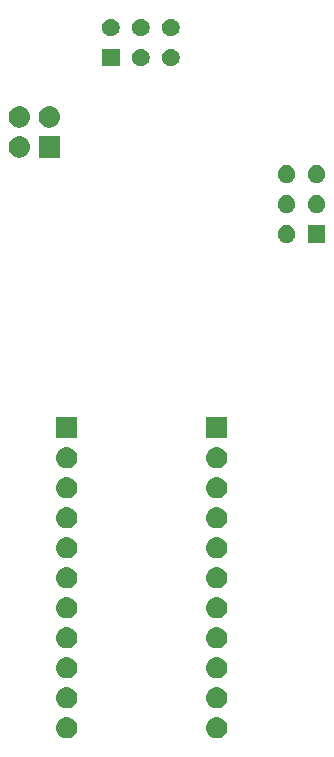
<source format=gbs>
G04 #@! TF.GenerationSoftware,KiCad,Pcbnew,5.0.2-bee76a0~70~ubuntu18.04.1*
G04 #@! TF.CreationDate,2019-11-25T00:10:04-05:00*
G04 #@! TF.ProjectId,328_Hacker,3332385f-4861-4636-9b65-722e6b696361,rev?*
G04 #@! TF.SameCoordinates,Original*
G04 #@! TF.FileFunction,Soldermask,Bot*
G04 #@! TF.FilePolarity,Negative*
%FSLAX46Y46*%
G04 Gerber Fmt 4.6, Leading zero omitted, Abs format (unit mm)*
G04 Created by KiCad (PCBNEW 5.0.2-bee76a0~70~ubuntu18.04.1) date Mon 25 Nov 2019 12:10:04 AM EST*
%MOMM*%
%LPD*%
G01*
G04 APERTURE LIST*
%ADD10C,0.100000*%
G04 APERTURE END LIST*
D10*
G36*
X76310442Y-85465518D02*
X76376627Y-85472037D01*
X76489853Y-85506384D01*
X76546467Y-85523557D01*
X76685087Y-85597652D01*
X76702991Y-85607222D01*
X76738729Y-85636552D01*
X76840186Y-85719814D01*
X76923448Y-85821271D01*
X76952778Y-85857009D01*
X76952779Y-85857011D01*
X77036443Y-86013533D01*
X77036443Y-86013534D01*
X77087963Y-86183373D01*
X77105359Y-86360000D01*
X77087963Y-86536627D01*
X77053616Y-86649853D01*
X77036443Y-86706467D01*
X76962348Y-86845087D01*
X76952778Y-86862991D01*
X76923448Y-86898729D01*
X76840186Y-87000186D01*
X76738729Y-87083448D01*
X76702991Y-87112778D01*
X76702989Y-87112779D01*
X76546467Y-87196443D01*
X76489853Y-87213616D01*
X76376627Y-87247963D01*
X76310442Y-87254482D01*
X76244260Y-87261000D01*
X76155740Y-87261000D01*
X76089558Y-87254482D01*
X76023373Y-87247963D01*
X75910147Y-87213616D01*
X75853533Y-87196443D01*
X75697011Y-87112779D01*
X75697009Y-87112778D01*
X75661271Y-87083448D01*
X75559814Y-87000186D01*
X75476552Y-86898729D01*
X75447222Y-86862991D01*
X75437652Y-86845087D01*
X75363557Y-86706467D01*
X75346384Y-86649853D01*
X75312037Y-86536627D01*
X75294641Y-86360000D01*
X75312037Y-86183373D01*
X75363557Y-86013534D01*
X75363557Y-86013533D01*
X75447221Y-85857011D01*
X75447222Y-85857009D01*
X75476552Y-85821271D01*
X75559814Y-85719814D01*
X75661271Y-85636552D01*
X75697009Y-85607222D01*
X75714913Y-85597652D01*
X75853533Y-85523557D01*
X75910147Y-85506384D01*
X76023373Y-85472037D01*
X76089558Y-85465518D01*
X76155740Y-85459000D01*
X76244260Y-85459000D01*
X76310442Y-85465518D01*
X76310442Y-85465518D01*
G37*
G36*
X63610442Y-85465518D02*
X63676627Y-85472037D01*
X63789853Y-85506384D01*
X63846467Y-85523557D01*
X63985087Y-85597652D01*
X64002991Y-85607222D01*
X64038729Y-85636552D01*
X64140186Y-85719814D01*
X64223448Y-85821271D01*
X64252778Y-85857009D01*
X64252779Y-85857011D01*
X64336443Y-86013533D01*
X64336443Y-86013534D01*
X64387963Y-86183373D01*
X64405359Y-86360000D01*
X64387963Y-86536627D01*
X64353616Y-86649853D01*
X64336443Y-86706467D01*
X64262348Y-86845087D01*
X64252778Y-86862991D01*
X64223448Y-86898729D01*
X64140186Y-87000186D01*
X64038729Y-87083448D01*
X64002991Y-87112778D01*
X64002989Y-87112779D01*
X63846467Y-87196443D01*
X63789853Y-87213616D01*
X63676627Y-87247963D01*
X63610442Y-87254482D01*
X63544260Y-87261000D01*
X63455740Y-87261000D01*
X63389558Y-87254482D01*
X63323373Y-87247963D01*
X63210147Y-87213616D01*
X63153533Y-87196443D01*
X62997011Y-87112779D01*
X62997009Y-87112778D01*
X62961271Y-87083448D01*
X62859814Y-87000186D01*
X62776552Y-86898729D01*
X62747222Y-86862991D01*
X62737652Y-86845087D01*
X62663557Y-86706467D01*
X62646384Y-86649853D01*
X62612037Y-86536627D01*
X62594641Y-86360000D01*
X62612037Y-86183373D01*
X62663557Y-86013534D01*
X62663557Y-86013533D01*
X62747221Y-85857011D01*
X62747222Y-85857009D01*
X62776552Y-85821271D01*
X62859814Y-85719814D01*
X62961271Y-85636552D01*
X62997009Y-85607222D01*
X63014913Y-85597652D01*
X63153533Y-85523557D01*
X63210147Y-85506384D01*
X63323373Y-85472037D01*
X63389558Y-85465518D01*
X63455740Y-85459000D01*
X63544260Y-85459000D01*
X63610442Y-85465518D01*
X63610442Y-85465518D01*
G37*
G36*
X63610443Y-82925519D02*
X63676627Y-82932037D01*
X63789853Y-82966384D01*
X63846467Y-82983557D01*
X63985087Y-83057652D01*
X64002991Y-83067222D01*
X64038729Y-83096552D01*
X64140186Y-83179814D01*
X64223448Y-83281271D01*
X64252778Y-83317009D01*
X64252779Y-83317011D01*
X64336443Y-83473533D01*
X64336443Y-83473534D01*
X64387963Y-83643373D01*
X64405359Y-83820000D01*
X64387963Y-83996627D01*
X64353616Y-84109853D01*
X64336443Y-84166467D01*
X64262348Y-84305087D01*
X64252778Y-84322991D01*
X64223448Y-84358729D01*
X64140186Y-84460186D01*
X64038729Y-84543448D01*
X64002991Y-84572778D01*
X64002989Y-84572779D01*
X63846467Y-84656443D01*
X63789853Y-84673616D01*
X63676627Y-84707963D01*
X63610443Y-84714481D01*
X63544260Y-84721000D01*
X63455740Y-84721000D01*
X63389557Y-84714481D01*
X63323373Y-84707963D01*
X63210147Y-84673616D01*
X63153533Y-84656443D01*
X62997011Y-84572779D01*
X62997009Y-84572778D01*
X62961271Y-84543448D01*
X62859814Y-84460186D01*
X62776552Y-84358729D01*
X62747222Y-84322991D01*
X62737652Y-84305087D01*
X62663557Y-84166467D01*
X62646384Y-84109853D01*
X62612037Y-83996627D01*
X62594641Y-83820000D01*
X62612037Y-83643373D01*
X62663557Y-83473534D01*
X62663557Y-83473533D01*
X62747221Y-83317011D01*
X62747222Y-83317009D01*
X62776552Y-83281271D01*
X62859814Y-83179814D01*
X62961271Y-83096552D01*
X62997009Y-83067222D01*
X63014913Y-83057652D01*
X63153533Y-82983557D01*
X63210147Y-82966384D01*
X63323373Y-82932037D01*
X63389557Y-82925519D01*
X63455740Y-82919000D01*
X63544260Y-82919000D01*
X63610443Y-82925519D01*
X63610443Y-82925519D01*
G37*
G36*
X76310443Y-82925519D02*
X76376627Y-82932037D01*
X76489853Y-82966384D01*
X76546467Y-82983557D01*
X76685087Y-83057652D01*
X76702991Y-83067222D01*
X76738729Y-83096552D01*
X76840186Y-83179814D01*
X76923448Y-83281271D01*
X76952778Y-83317009D01*
X76952779Y-83317011D01*
X77036443Y-83473533D01*
X77036443Y-83473534D01*
X77087963Y-83643373D01*
X77105359Y-83820000D01*
X77087963Y-83996627D01*
X77053616Y-84109853D01*
X77036443Y-84166467D01*
X76962348Y-84305087D01*
X76952778Y-84322991D01*
X76923448Y-84358729D01*
X76840186Y-84460186D01*
X76738729Y-84543448D01*
X76702991Y-84572778D01*
X76702989Y-84572779D01*
X76546467Y-84656443D01*
X76489853Y-84673616D01*
X76376627Y-84707963D01*
X76310443Y-84714481D01*
X76244260Y-84721000D01*
X76155740Y-84721000D01*
X76089557Y-84714481D01*
X76023373Y-84707963D01*
X75910147Y-84673616D01*
X75853533Y-84656443D01*
X75697011Y-84572779D01*
X75697009Y-84572778D01*
X75661271Y-84543448D01*
X75559814Y-84460186D01*
X75476552Y-84358729D01*
X75447222Y-84322991D01*
X75437652Y-84305087D01*
X75363557Y-84166467D01*
X75346384Y-84109853D01*
X75312037Y-83996627D01*
X75294641Y-83820000D01*
X75312037Y-83643373D01*
X75363557Y-83473534D01*
X75363557Y-83473533D01*
X75447221Y-83317011D01*
X75447222Y-83317009D01*
X75476552Y-83281271D01*
X75559814Y-83179814D01*
X75661271Y-83096552D01*
X75697009Y-83067222D01*
X75714913Y-83057652D01*
X75853533Y-82983557D01*
X75910147Y-82966384D01*
X76023373Y-82932037D01*
X76089557Y-82925519D01*
X76155740Y-82919000D01*
X76244260Y-82919000D01*
X76310443Y-82925519D01*
X76310443Y-82925519D01*
G37*
G36*
X63610442Y-80385518D02*
X63676627Y-80392037D01*
X63789853Y-80426384D01*
X63846467Y-80443557D01*
X63985087Y-80517652D01*
X64002991Y-80527222D01*
X64038729Y-80556552D01*
X64140186Y-80639814D01*
X64223448Y-80741271D01*
X64252778Y-80777009D01*
X64252779Y-80777011D01*
X64336443Y-80933533D01*
X64336443Y-80933534D01*
X64387963Y-81103373D01*
X64405359Y-81280000D01*
X64387963Y-81456627D01*
X64353616Y-81569853D01*
X64336443Y-81626467D01*
X64262348Y-81765087D01*
X64252778Y-81782991D01*
X64223448Y-81818729D01*
X64140186Y-81920186D01*
X64038729Y-82003448D01*
X64002991Y-82032778D01*
X64002989Y-82032779D01*
X63846467Y-82116443D01*
X63789853Y-82133616D01*
X63676627Y-82167963D01*
X63610443Y-82174481D01*
X63544260Y-82181000D01*
X63455740Y-82181000D01*
X63389557Y-82174481D01*
X63323373Y-82167963D01*
X63210147Y-82133616D01*
X63153533Y-82116443D01*
X62997011Y-82032779D01*
X62997009Y-82032778D01*
X62961271Y-82003448D01*
X62859814Y-81920186D01*
X62776552Y-81818729D01*
X62747222Y-81782991D01*
X62737652Y-81765087D01*
X62663557Y-81626467D01*
X62646384Y-81569853D01*
X62612037Y-81456627D01*
X62594641Y-81280000D01*
X62612037Y-81103373D01*
X62663557Y-80933534D01*
X62663557Y-80933533D01*
X62747221Y-80777011D01*
X62747222Y-80777009D01*
X62776552Y-80741271D01*
X62859814Y-80639814D01*
X62961271Y-80556552D01*
X62997009Y-80527222D01*
X63014913Y-80517652D01*
X63153533Y-80443557D01*
X63210147Y-80426384D01*
X63323373Y-80392037D01*
X63389558Y-80385518D01*
X63455740Y-80379000D01*
X63544260Y-80379000D01*
X63610442Y-80385518D01*
X63610442Y-80385518D01*
G37*
G36*
X76310442Y-80385518D02*
X76376627Y-80392037D01*
X76489853Y-80426384D01*
X76546467Y-80443557D01*
X76685087Y-80517652D01*
X76702991Y-80527222D01*
X76738729Y-80556552D01*
X76840186Y-80639814D01*
X76923448Y-80741271D01*
X76952778Y-80777009D01*
X76952779Y-80777011D01*
X77036443Y-80933533D01*
X77036443Y-80933534D01*
X77087963Y-81103373D01*
X77105359Y-81280000D01*
X77087963Y-81456627D01*
X77053616Y-81569853D01*
X77036443Y-81626467D01*
X76962348Y-81765087D01*
X76952778Y-81782991D01*
X76923448Y-81818729D01*
X76840186Y-81920186D01*
X76738729Y-82003448D01*
X76702991Y-82032778D01*
X76702989Y-82032779D01*
X76546467Y-82116443D01*
X76489853Y-82133616D01*
X76376627Y-82167963D01*
X76310443Y-82174481D01*
X76244260Y-82181000D01*
X76155740Y-82181000D01*
X76089557Y-82174481D01*
X76023373Y-82167963D01*
X75910147Y-82133616D01*
X75853533Y-82116443D01*
X75697011Y-82032779D01*
X75697009Y-82032778D01*
X75661271Y-82003448D01*
X75559814Y-81920186D01*
X75476552Y-81818729D01*
X75447222Y-81782991D01*
X75437652Y-81765087D01*
X75363557Y-81626467D01*
X75346384Y-81569853D01*
X75312037Y-81456627D01*
X75294641Y-81280000D01*
X75312037Y-81103373D01*
X75363557Y-80933534D01*
X75363557Y-80933533D01*
X75447221Y-80777011D01*
X75447222Y-80777009D01*
X75476552Y-80741271D01*
X75559814Y-80639814D01*
X75661271Y-80556552D01*
X75697009Y-80527222D01*
X75714913Y-80517652D01*
X75853533Y-80443557D01*
X75910147Y-80426384D01*
X76023373Y-80392037D01*
X76089558Y-80385518D01*
X76155740Y-80379000D01*
X76244260Y-80379000D01*
X76310442Y-80385518D01*
X76310442Y-80385518D01*
G37*
G36*
X76310443Y-77845519D02*
X76376627Y-77852037D01*
X76489853Y-77886384D01*
X76546467Y-77903557D01*
X76685087Y-77977652D01*
X76702991Y-77987222D01*
X76738729Y-78016552D01*
X76840186Y-78099814D01*
X76923448Y-78201271D01*
X76952778Y-78237009D01*
X76952779Y-78237011D01*
X77036443Y-78393533D01*
X77036443Y-78393534D01*
X77087963Y-78563373D01*
X77105359Y-78740000D01*
X77087963Y-78916627D01*
X77053616Y-79029853D01*
X77036443Y-79086467D01*
X76962348Y-79225087D01*
X76952778Y-79242991D01*
X76923448Y-79278729D01*
X76840186Y-79380186D01*
X76738729Y-79463448D01*
X76702991Y-79492778D01*
X76702989Y-79492779D01*
X76546467Y-79576443D01*
X76489853Y-79593616D01*
X76376627Y-79627963D01*
X76310442Y-79634482D01*
X76244260Y-79641000D01*
X76155740Y-79641000D01*
X76089558Y-79634482D01*
X76023373Y-79627963D01*
X75910147Y-79593616D01*
X75853533Y-79576443D01*
X75697011Y-79492779D01*
X75697009Y-79492778D01*
X75661271Y-79463448D01*
X75559814Y-79380186D01*
X75476552Y-79278729D01*
X75447222Y-79242991D01*
X75437652Y-79225087D01*
X75363557Y-79086467D01*
X75346384Y-79029853D01*
X75312037Y-78916627D01*
X75294641Y-78740000D01*
X75312037Y-78563373D01*
X75363557Y-78393534D01*
X75363557Y-78393533D01*
X75447221Y-78237011D01*
X75447222Y-78237009D01*
X75476552Y-78201271D01*
X75559814Y-78099814D01*
X75661271Y-78016552D01*
X75697009Y-77987222D01*
X75714913Y-77977652D01*
X75853533Y-77903557D01*
X75910147Y-77886384D01*
X76023373Y-77852037D01*
X76089557Y-77845519D01*
X76155740Y-77839000D01*
X76244260Y-77839000D01*
X76310443Y-77845519D01*
X76310443Y-77845519D01*
G37*
G36*
X63610443Y-77845519D02*
X63676627Y-77852037D01*
X63789853Y-77886384D01*
X63846467Y-77903557D01*
X63985087Y-77977652D01*
X64002991Y-77987222D01*
X64038729Y-78016552D01*
X64140186Y-78099814D01*
X64223448Y-78201271D01*
X64252778Y-78237009D01*
X64252779Y-78237011D01*
X64336443Y-78393533D01*
X64336443Y-78393534D01*
X64387963Y-78563373D01*
X64405359Y-78740000D01*
X64387963Y-78916627D01*
X64353616Y-79029853D01*
X64336443Y-79086467D01*
X64262348Y-79225087D01*
X64252778Y-79242991D01*
X64223448Y-79278729D01*
X64140186Y-79380186D01*
X64038729Y-79463448D01*
X64002991Y-79492778D01*
X64002989Y-79492779D01*
X63846467Y-79576443D01*
X63789853Y-79593616D01*
X63676627Y-79627963D01*
X63610442Y-79634482D01*
X63544260Y-79641000D01*
X63455740Y-79641000D01*
X63389558Y-79634482D01*
X63323373Y-79627963D01*
X63210147Y-79593616D01*
X63153533Y-79576443D01*
X62997011Y-79492779D01*
X62997009Y-79492778D01*
X62961271Y-79463448D01*
X62859814Y-79380186D01*
X62776552Y-79278729D01*
X62747222Y-79242991D01*
X62737652Y-79225087D01*
X62663557Y-79086467D01*
X62646384Y-79029853D01*
X62612037Y-78916627D01*
X62594641Y-78740000D01*
X62612037Y-78563373D01*
X62663557Y-78393534D01*
X62663557Y-78393533D01*
X62747221Y-78237011D01*
X62747222Y-78237009D01*
X62776552Y-78201271D01*
X62859814Y-78099814D01*
X62961271Y-78016552D01*
X62997009Y-77987222D01*
X63014913Y-77977652D01*
X63153533Y-77903557D01*
X63210147Y-77886384D01*
X63323373Y-77852037D01*
X63389557Y-77845519D01*
X63455740Y-77839000D01*
X63544260Y-77839000D01*
X63610443Y-77845519D01*
X63610443Y-77845519D01*
G37*
G36*
X63610442Y-75305518D02*
X63676627Y-75312037D01*
X63789853Y-75346384D01*
X63846467Y-75363557D01*
X63985087Y-75437652D01*
X64002991Y-75447222D01*
X64038729Y-75476552D01*
X64140186Y-75559814D01*
X64223448Y-75661271D01*
X64252778Y-75697009D01*
X64252779Y-75697011D01*
X64336443Y-75853533D01*
X64336443Y-75853534D01*
X64387963Y-76023373D01*
X64405359Y-76200000D01*
X64387963Y-76376627D01*
X64353616Y-76489853D01*
X64336443Y-76546467D01*
X64262348Y-76685087D01*
X64252778Y-76702991D01*
X64223448Y-76738729D01*
X64140186Y-76840186D01*
X64038729Y-76923448D01*
X64002991Y-76952778D01*
X64002989Y-76952779D01*
X63846467Y-77036443D01*
X63789853Y-77053616D01*
X63676627Y-77087963D01*
X63610442Y-77094482D01*
X63544260Y-77101000D01*
X63455740Y-77101000D01*
X63389558Y-77094482D01*
X63323373Y-77087963D01*
X63210147Y-77053616D01*
X63153533Y-77036443D01*
X62997011Y-76952779D01*
X62997009Y-76952778D01*
X62961271Y-76923448D01*
X62859814Y-76840186D01*
X62776552Y-76738729D01*
X62747222Y-76702991D01*
X62737652Y-76685087D01*
X62663557Y-76546467D01*
X62646384Y-76489853D01*
X62612037Y-76376627D01*
X62594641Y-76200000D01*
X62612037Y-76023373D01*
X62663557Y-75853534D01*
X62663557Y-75853533D01*
X62747221Y-75697011D01*
X62747222Y-75697009D01*
X62776552Y-75661271D01*
X62859814Y-75559814D01*
X62961271Y-75476552D01*
X62997009Y-75447222D01*
X63014913Y-75437652D01*
X63153533Y-75363557D01*
X63210147Y-75346384D01*
X63323373Y-75312037D01*
X63389558Y-75305518D01*
X63455740Y-75299000D01*
X63544260Y-75299000D01*
X63610442Y-75305518D01*
X63610442Y-75305518D01*
G37*
G36*
X76310442Y-75305518D02*
X76376627Y-75312037D01*
X76489853Y-75346384D01*
X76546467Y-75363557D01*
X76685087Y-75437652D01*
X76702991Y-75447222D01*
X76738729Y-75476552D01*
X76840186Y-75559814D01*
X76923448Y-75661271D01*
X76952778Y-75697009D01*
X76952779Y-75697011D01*
X77036443Y-75853533D01*
X77036443Y-75853534D01*
X77087963Y-76023373D01*
X77105359Y-76200000D01*
X77087963Y-76376627D01*
X77053616Y-76489853D01*
X77036443Y-76546467D01*
X76962348Y-76685087D01*
X76952778Y-76702991D01*
X76923448Y-76738729D01*
X76840186Y-76840186D01*
X76738729Y-76923448D01*
X76702991Y-76952778D01*
X76702989Y-76952779D01*
X76546467Y-77036443D01*
X76489853Y-77053616D01*
X76376627Y-77087963D01*
X76310442Y-77094482D01*
X76244260Y-77101000D01*
X76155740Y-77101000D01*
X76089558Y-77094482D01*
X76023373Y-77087963D01*
X75910147Y-77053616D01*
X75853533Y-77036443D01*
X75697011Y-76952779D01*
X75697009Y-76952778D01*
X75661271Y-76923448D01*
X75559814Y-76840186D01*
X75476552Y-76738729D01*
X75447222Y-76702991D01*
X75437652Y-76685087D01*
X75363557Y-76546467D01*
X75346384Y-76489853D01*
X75312037Y-76376627D01*
X75294641Y-76200000D01*
X75312037Y-76023373D01*
X75363557Y-75853534D01*
X75363557Y-75853533D01*
X75447221Y-75697011D01*
X75447222Y-75697009D01*
X75476552Y-75661271D01*
X75559814Y-75559814D01*
X75661271Y-75476552D01*
X75697009Y-75447222D01*
X75714913Y-75437652D01*
X75853533Y-75363557D01*
X75910147Y-75346384D01*
X76023373Y-75312037D01*
X76089558Y-75305518D01*
X76155740Y-75299000D01*
X76244260Y-75299000D01*
X76310442Y-75305518D01*
X76310442Y-75305518D01*
G37*
G36*
X63610442Y-72765518D02*
X63676627Y-72772037D01*
X63789853Y-72806384D01*
X63846467Y-72823557D01*
X63985087Y-72897652D01*
X64002991Y-72907222D01*
X64038729Y-72936552D01*
X64140186Y-73019814D01*
X64223448Y-73121271D01*
X64252778Y-73157009D01*
X64252779Y-73157011D01*
X64336443Y-73313533D01*
X64336443Y-73313534D01*
X64387963Y-73483373D01*
X64405359Y-73660000D01*
X64387963Y-73836627D01*
X64353616Y-73949853D01*
X64336443Y-74006467D01*
X64262348Y-74145087D01*
X64252778Y-74162991D01*
X64223448Y-74198729D01*
X64140186Y-74300186D01*
X64038729Y-74383448D01*
X64002991Y-74412778D01*
X64002989Y-74412779D01*
X63846467Y-74496443D01*
X63789853Y-74513616D01*
X63676627Y-74547963D01*
X63610442Y-74554482D01*
X63544260Y-74561000D01*
X63455740Y-74561000D01*
X63389558Y-74554482D01*
X63323373Y-74547963D01*
X63210147Y-74513616D01*
X63153533Y-74496443D01*
X62997011Y-74412779D01*
X62997009Y-74412778D01*
X62961271Y-74383448D01*
X62859814Y-74300186D01*
X62776552Y-74198729D01*
X62747222Y-74162991D01*
X62737652Y-74145087D01*
X62663557Y-74006467D01*
X62646384Y-73949853D01*
X62612037Y-73836627D01*
X62594641Y-73660000D01*
X62612037Y-73483373D01*
X62663557Y-73313534D01*
X62663557Y-73313533D01*
X62747221Y-73157011D01*
X62747222Y-73157009D01*
X62776552Y-73121271D01*
X62859814Y-73019814D01*
X62961271Y-72936552D01*
X62997009Y-72907222D01*
X63014913Y-72897652D01*
X63153533Y-72823557D01*
X63210147Y-72806384D01*
X63323373Y-72772037D01*
X63389558Y-72765518D01*
X63455740Y-72759000D01*
X63544260Y-72759000D01*
X63610442Y-72765518D01*
X63610442Y-72765518D01*
G37*
G36*
X76310442Y-72765518D02*
X76376627Y-72772037D01*
X76489853Y-72806384D01*
X76546467Y-72823557D01*
X76685087Y-72897652D01*
X76702991Y-72907222D01*
X76738729Y-72936552D01*
X76840186Y-73019814D01*
X76923448Y-73121271D01*
X76952778Y-73157009D01*
X76952779Y-73157011D01*
X77036443Y-73313533D01*
X77036443Y-73313534D01*
X77087963Y-73483373D01*
X77105359Y-73660000D01*
X77087963Y-73836627D01*
X77053616Y-73949853D01*
X77036443Y-74006467D01*
X76962348Y-74145087D01*
X76952778Y-74162991D01*
X76923448Y-74198729D01*
X76840186Y-74300186D01*
X76738729Y-74383448D01*
X76702991Y-74412778D01*
X76702989Y-74412779D01*
X76546467Y-74496443D01*
X76489853Y-74513616D01*
X76376627Y-74547963D01*
X76310442Y-74554482D01*
X76244260Y-74561000D01*
X76155740Y-74561000D01*
X76089558Y-74554482D01*
X76023373Y-74547963D01*
X75910147Y-74513616D01*
X75853533Y-74496443D01*
X75697011Y-74412779D01*
X75697009Y-74412778D01*
X75661271Y-74383448D01*
X75559814Y-74300186D01*
X75476552Y-74198729D01*
X75447222Y-74162991D01*
X75437652Y-74145087D01*
X75363557Y-74006467D01*
X75346384Y-73949853D01*
X75312037Y-73836627D01*
X75294641Y-73660000D01*
X75312037Y-73483373D01*
X75363557Y-73313534D01*
X75363557Y-73313533D01*
X75447221Y-73157011D01*
X75447222Y-73157009D01*
X75476552Y-73121271D01*
X75559814Y-73019814D01*
X75661271Y-72936552D01*
X75697009Y-72907222D01*
X75714913Y-72897652D01*
X75853533Y-72823557D01*
X75910147Y-72806384D01*
X76023373Y-72772037D01*
X76089558Y-72765518D01*
X76155740Y-72759000D01*
X76244260Y-72759000D01*
X76310442Y-72765518D01*
X76310442Y-72765518D01*
G37*
G36*
X63610442Y-70225518D02*
X63676627Y-70232037D01*
X63789853Y-70266384D01*
X63846467Y-70283557D01*
X63985087Y-70357652D01*
X64002991Y-70367222D01*
X64038729Y-70396552D01*
X64140186Y-70479814D01*
X64223448Y-70581271D01*
X64252778Y-70617009D01*
X64252779Y-70617011D01*
X64336443Y-70773533D01*
X64336443Y-70773534D01*
X64387963Y-70943373D01*
X64405359Y-71120000D01*
X64387963Y-71296627D01*
X64353616Y-71409853D01*
X64336443Y-71466467D01*
X64262348Y-71605087D01*
X64252778Y-71622991D01*
X64223448Y-71658729D01*
X64140186Y-71760186D01*
X64038729Y-71843448D01*
X64002991Y-71872778D01*
X64002989Y-71872779D01*
X63846467Y-71956443D01*
X63789853Y-71973616D01*
X63676627Y-72007963D01*
X63610443Y-72014481D01*
X63544260Y-72021000D01*
X63455740Y-72021000D01*
X63389557Y-72014481D01*
X63323373Y-72007963D01*
X63210147Y-71973616D01*
X63153533Y-71956443D01*
X62997011Y-71872779D01*
X62997009Y-71872778D01*
X62961271Y-71843448D01*
X62859814Y-71760186D01*
X62776552Y-71658729D01*
X62747222Y-71622991D01*
X62737652Y-71605087D01*
X62663557Y-71466467D01*
X62646384Y-71409853D01*
X62612037Y-71296627D01*
X62594641Y-71120000D01*
X62612037Y-70943373D01*
X62663557Y-70773534D01*
X62663557Y-70773533D01*
X62747221Y-70617011D01*
X62747222Y-70617009D01*
X62776552Y-70581271D01*
X62859814Y-70479814D01*
X62961271Y-70396552D01*
X62997009Y-70367222D01*
X63014913Y-70357652D01*
X63153533Y-70283557D01*
X63210147Y-70266384D01*
X63323373Y-70232037D01*
X63389558Y-70225518D01*
X63455740Y-70219000D01*
X63544260Y-70219000D01*
X63610442Y-70225518D01*
X63610442Y-70225518D01*
G37*
G36*
X76310442Y-70225518D02*
X76376627Y-70232037D01*
X76489853Y-70266384D01*
X76546467Y-70283557D01*
X76685087Y-70357652D01*
X76702991Y-70367222D01*
X76738729Y-70396552D01*
X76840186Y-70479814D01*
X76923448Y-70581271D01*
X76952778Y-70617009D01*
X76952779Y-70617011D01*
X77036443Y-70773533D01*
X77036443Y-70773534D01*
X77087963Y-70943373D01*
X77105359Y-71120000D01*
X77087963Y-71296627D01*
X77053616Y-71409853D01*
X77036443Y-71466467D01*
X76962348Y-71605087D01*
X76952778Y-71622991D01*
X76923448Y-71658729D01*
X76840186Y-71760186D01*
X76738729Y-71843448D01*
X76702991Y-71872778D01*
X76702989Y-71872779D01*
X76546467Y-71956443D01*
X76489853Y-71973616D01*
X76376627Y-72007963D01*
X76310443Y-72014481D01*
X76244260Y-72021000D01*
X76155740Y-72021000D01*
X76089557Y-72014481D01*
X76023373Y-72007963D01*
X75910147Y-71973616D01*
X75853533Y-71956443D01*
X75697011Y-71872779D01*
X75697009Y-71872778D01*
X75661271Y-71843448D01*
X75559814Y-71760186D01*
X75476552Y-71658729D01*
X75447222Y-71622991D01*
X75437652Y-71605087D01*
X75363557Y-71466467D01*
X75346384Y-71409853D01*
X75312037Y-71296627D01*
X75294641Y-71120000D01*
X75312037Y-70943373D01*
X75363557Y-70773534D01*
X75363557Y-70773533D01*
X75447221Y-70617011D01*
X75447222Y-70617009D01*
X75476552Y-70581271D01*
X75559814Y-70479814D01*
X75661271Y-70396552D01*
X75697009Y-70367222D01*
X75714913Y-70357652D01*
X75853533Y-70283557D01*
X75910147Y-70266384D01*
X76023373Y-70232037D01*
X76089558Y-70225518D01*
X76155740Y-70219000D01*
X76244260Y-70219000D01*
X76310442Y-70225518D01*
X76310442Y-70225518D01*
G37*
G36*
X76310443Y-67685519D02*
X76376627Y-67692037D01*
X76489853Y-67726384D01*
X76546467Y-67743557D01*
X76685087Y-67817652D01*
X76702991Y-67827222D01*
X76738729Y-67856552D01*
X76840186Y-67939814D01*
X76923448Y-68041271D01*
X76952778Y-68077009D01*
X76952779Y-68077011D01*
X77036443Y-68233533D01*
X77036443Y-68233534D01*
X77087963Y-68403373D01*
X77105359Y-68580000D01*
X77087963Y-68756627D01*
X77053616Y-68869853D01*
X77036443Y-68926467D01*
X76962348Y-69065087D01*
X76952778Y-69082991D01*
X76923448Y-69118729D01*
X76840186Y-69220186D01*
X76738729Y-69303448D01*
X76702991Y-69332778D01*
X76702989Y-69332779D01*
X76546467Y-69416443D01*
X76489853Y-69433616D01*
X76376627Y-69467963D01*
X76310442Y-69474482D01*
X76244260Y-69481000D01*
X76155740Y-69481000D01*
X76089558Y-69474482D01*
X76023373Y-69467963D01*
X75910147Y-69433616D01*
X75853533Y-69416443D01*
X75697011Y-69332779D01*
X75697009Y-69332778D01*
X75661271Y-69303448D01*
X75559814Y-69220186D01*
X75476552Y-69118729D01*
X75447222Y-69082991D01*
X75437652Y-69065087D01*
X75363557Y-68926467D01*
X75346384Y-68869853D01*
X75312037Y-68756627D01*
X75294641Y-68580000D01*
X75312037Y-68403373D01*
X75363557Y-68233534D01*
X75363557Y-68233533D01*
X75447221Y-68077011D01*
X75447222Y-68077009D01*
X75476552Y-68041271D01*
X75559814Y-67939814D01*
X75661271Y-67856552D01*
X75697009Y-67827222D01*
X75714913Y-67817652D01*
X75853533Y-67743557D01*
X75910147Y-67726384D01*
X76023373Y-67692037D01*
X76089557Y-67685519D01*
X76155740Y-67679000D01*
X76244260Y-67679000D01*
X76310443Y-67685519D01*
X76310443Y-67685519D01*
G37*
G36*
X63610443Y-67685519D02*
X63676627Y-67692037D01*
X63789853Y-67726384D01*
X63846467Y-67743557D01*
X63985087Y-67817652D01*
X64002991Y-67827222D01*
X64038729Y-67856552D01*
X64140186Y-67939814D01*
X64223448Y-68041271D01*
X64252778Y-68077009D01*
X64252779Y-68077011D01*
X64336443Y-68233533D01*
X64336443Y-68233534D01*
X64387963Y-68403373D01*
X64405359Y-68580000D01*
X64387963Y-68756627D01*
X64353616Y-68869853D01*
X64336443Y-68926467D01*
X64262348Y-69065087D01*
X64252778Y-69082991D01*
X64223448Y-69118729D01*
X64140186Y-69220186D01*
X64038729Y-69303448D01*
X64002991Y-69332778D01*
X64002989Y-69332779D01*
X63846467Y-69416443D01*
X63789853Y-69433616D01*
X63676627Y-69467963D01*
X63610442Y-69474482D01*
X63544260Y-69481000D01*
X63455740Y-69481000D01*
X63389558Y-69474482D01*
X63323373Y-69467963D01*
X63210147Y-69433616D01*
X63153533Y-69416443D01*
X62997011Y-69332779D01*
X62997009Y-69332778D01*
X62961271Y-69303448D01*
X62859814Y-69220186D01*
X62776552Y-69118729D01*
X62747222Y-69082991D01*
X62737652Y-69065087D01*
X62663557Y-68926467D01*
X62646384Y-68869853D01*
X62612037Y-68756627D01*
X62594641Y-68580000D01*
X62612037Y-68403373D01*
X62663557Y-68233534D01*
X62663557Y-68233533D01*
X62747221Y-68077011D01*
X62747222Y-68077009D01*
X62776552Y-68041271D01*
X62859814Y-67939814D01*
X62961271Y-67856552D01*
X62997009Y-67827222D01*
X63014913Y-67817652D01*
X63153533Y-67743557D01*
X63210147Y-67726384D01*
X63323373Y-67692037D01*
X63389557Y-67685519D01*
X63455740Y-67679000D01*
X63544260Y-67679000D01*
X63610443Y-67685519D01*
X63610443Y-67685519D01*
G37*
G36*
X76310442Y-65145518D02*
X76376627Y-65152037D01*
X76489853Y-65186384D01*
X76546467Y-65203557D01*
X76685087Y-65277652D01*
X76702991Y-65287222D01*
X76738729Y-65316552D01*
X76840186Y-65399814D01*
X76923448Y-65501271D01*
X76952778Y-65537009D01*
X76952779Y-65537011D01*
X77036443Y-65693533D01*
X77036443Y-65693534D01*
X77087963Y-65863373D01*
X77105359Y-66040000D01*
X77087963Y-66216627D01*
X77053616Y-66329853D01*
X77036443Y-66386467D01*
X76962348Y-66525087D01*
X76952778Y-66542991D01*
X76923448Y-66578729D01*
X76840186Y-66680186D01*
X76738729Y-66763448D01*
X76702991Y-66792778D01*
X76702989Y-66792779D01*
X76546467Y-66876443D01*
X76489853Y-66893616D01*
X76376627Y-66927963D01*
X76310442Y-66934482D01*
X76244260Y-66941000D01*
X76155740Y-66941000D01*
X76089558Y-66934482D01*
X76023373Y-66927963D01*
X75910147Y-66893616D01*
X75853533Y-66876443D01*
X75697011Y-66792779D01*
X75697009Y-66792778D01*
X75661271Y-66763448D01*
X75559814Y-66680186D01*
X75476552Y-66578729D01*
X75447222Y-66542991D01*
X75437652Y-66525087D01*
X75363557Y-66386467D01*
X75346384Y-66329853D01*
X75312037Y-66216627D01*
X75294641Y-66040000D01*
X75312037Y-65863373D01*
X75363557Y-65693534D01*
X75363557Y-65693533D01*
X75447221Y-65537011D01*
X75447222Y-65537009D01*
X75476552Y-65501271D01*
X75559814Y-65399814D01*
X75661271Y-65316552D01*
X75697009Y-65287222D01*
X75714913Y-65277652D01*
X75853533Y-65203557D01*
X75910147Y-65186384D01*
X76023373Y-65152037D01*
X76089558Y-65145518D01*
X76155740Y-65139000D01*
X76244260Y-65139000D01*
X76310442Y-65145518D01*
X76310442Y-65145518D01*
G37*
G36*
X63610442Y-65145518D02*
X63676627Y-65152037D01*
X63789853Y-65186384D01*
X63846467Y-65203557D01*
X63985087Y-65277652D01*
X64002991Y-65287222D01*
X64038729Y-65316552D01*
X64140186Y-65399814D01*
X64223448Y-65501271D01*
X64252778Y-65537009D01*
X64252779Y-65537011D01*
X64336443Y-65693533D01*
X64336443Y-65693534D01*
X64387963Y-65863373D01*
X64405359Y-66040000D01*
X64387963Y-66216627D01*
X64353616Y-66329853D01*
X64336443Y-66386467D01*
X64262348Y-66525087D01*
X64252778Y-66542991D01*
X64223448Y-66578729D01*
X64140186Y-66680186D01*
X64038729Y-66763448D01*
X64002991Y-66792778D01*
X64002989Y-66792779D01*
X63846467Y-66876443D01*
X63789853Y-66893616D01*
X63676627Y-66927963D01*
X63610442Y-66934482D01*
X63544260Y-66941000D01*
X63455740Y-66941000D01*
X63389558Y-66934482D01*
X63323373Y-66927963D01*
X63210147Y-66893616D01*
X63153533Y-66876443D01*
X62997011Y-66792779D01*
X62997009Y-66792778D01*
X62961271Y-66763448D01*
X62859814Y-66680186D01*
X62776552Y-66578729D01*
X62747222Y-66542991D01*
X62737652Y-66525087D01*
X62663557Y-66386467D01*
X62646384Y-66329853D01*
X62612037Y-66216627D01*
X62594641Y-66040000D01*
X62612037Y-65863373D01*
X62663557Y-65693534D01*
X62663557Y-65693533D01*
X62747221Y-65537011D01*
X62747222Y-65537009D01*
X62776552Y-65501271D01*
X62859814Y-65399814D01*
X62961271Y-65316552D01*
X62997009Y-65287222D01*
X63014913Y-65277652D01*
X63153533Y-65203557D01*
X63210147Y-65186384D01*
X63323373Y-65152037D01*
X63389558Y-65145518D01*
X63455740Y-65139000D01*
X63544260Y-65139000D01*
X63610442Y-65145518D01*
X63610442Y-65145518D01*
G37*
G36*
X76310442Y-62605518D02*
X76376627Y-62612037D01*
X76489853Y-62646384D01*
X76546467Y-62663557D01*
X76685087Y-62737652D01*
X76702991Y-62747222D01*
X76738729Y-62776552D01*
X76840186Y-62859814D01*
X76923448Y-62961271D01*
X76952778Y-62997009D01*
X76952779Y-62997011D01*
X77036443Y-63153533D01*
X77036443Y-63153534D01*
X77087963Y-63323373D01*
X77105359Y-63500000D01*
X77087963Y-63676627D01*
X77053616Y-63789853D01*
X77036443Y-63846467D01*
X76962348Y-63985087D01*
X76952778Y-64002991D01*
X76923448Y-64038729D01*
X76840186Y-64140186D01*
X76738729Y-64223448D01*
X76702991Y-64252778D01*
X76702989Y-64252779D01*
X76546467Y-64336443D01*
X76489853Y-64353616D01*
X76376627Y-64387963D01*
X76310442Y-64394482D01*
X76244260Y-64401000D01*
X76155740Y-64401000D01*
X76089558Y-64394482D01*
X76023373Y-64387963D01*
X75910147Y-64353616D01*
X75853533Y-64336443D01*
X75697011Y-64252779D01*
X75697009Y-64252778D01*
X75661271Y-64223448D01*
X75559814Y-64140186D01*
X75476552Y-64038729D01*
X75447222Y-64002991D01*
X75437652Y-63985087D01*
X75363557Y-63846467D01*
X75346384Y-63789853D01*
X75312037Y-63676627D01*
X75294641Y-63500000D01*
X75312037Y-63323373D01*
X75363557Y-63153534D01*
X75363557Y-63153533D01*
X75447221Y-62997011D01*
X75447222Y-62997009D01*
X75476552Y-62961271D01*
X75559814Y-62859814D01*
X75661271Y-62776552D01*
X75697009Y-62747222D01*
X75714913Y-62737652D01*
X75853533Y-62663557D01*
X75910147Y-62646384D01*
X76023373Y-62612037D01*
X76089558Y-62605518D01*
X76155740Y-62599000D01*
X76244260Y-62599000D01*
X76310442Y-62605518D01*
X76310442Y-62605518D01*
G37*
G36*
X63610442Y-62605518D02*
X63676627Y-62612037D01*
X63789853Y-62646384D01*
X63846467Y-62663557D01*
X63985087Y-62737652D01*
X64002991Y-62747222D01*
X64038729Y-62776552D01*
X64140186Y-62859814D01*
X64223448Y-62961271D01*
X64252778Y-62997009D01*
X64252779Y-62997011D01*
X64336443Y-63153533D01*
X64336443Y-63153534D01*
X64387963Y-63323373D01*
X64405359Y-63500000D01*
X64387963Y-63676627D01*
X64353616Y-63789853D01*
X64336443Y-63846467D01*
X64262348Y-63985087D01*
X64252778Y-64002991D01*
X64223448Y-64038729D01*
X64140186Y-64140186D01*
X64038729Y-64223448D01*
X64002991Y-64252778D01*
X64002989Y-64252779D01*
X63846467Y-64336443D01*
X63789853Y-64353616D01*
X63676627Y-64387963D01*
X63610442Y-64394482D01*
X63544260Y-64401000D01*
X63455740Y-64401000D01*
X63389558Y-64394482D01*
X63323373Y-64387963D01*
X63210147Y-64353616D01*
X63153533Y-64336443D01*
X62997011Y-64252779D01*
X62997009Y-64252778D01*
X62961271Y-64223448D01*
X62859814Y-64140186D01*
X62776552Y-64038729D01*
X62747222Y-64002991D01*
X62737652Y-63985087D01*
X62663557Y-63846467D01*
X62646384Y-63789853D01*
X62612037Y-63676627D01*
X62594641Y-63500000D01*
X62612037Y-63323373D01*
X62663557Y-63153534D01*
X62663557Y-63153533D01*
X62747221Y-62997011D01*
X62747222Y-62997009D01*
X62776552Y-62961271D01*
X62859814Y-62859814D01*
X62961271Y-62776552D01*
X62997009Y-62747222D01*
X63014913Y-62737652D01*
X63153533Y-62663557D01*
X63210147Y-62646384D01*
X63323373Y-62612037D01*
X63389558Y-62605518D01*
X63455740Y-62599000D01*
X63544260Y-62599000D01*
X63610442Y-62605518D01*
X63610442Y-62605518D01*
G37*
G36*
X77101000Y-61861000D02*
X75299000Y-61861000D01*
X75299000Y-60059000D01*
X77101000Y-60059000D01*
X77101000Y-61861000D01*
X77101000Y-61861000D01*
G37*
G36*
X64401000Y-61861000D02*
X62599000Y-61861000D01*
X62599000Y-60059000D01*
X64401000Y-60059000D01*
X64401000Y-61861000D01*
X64401000Y-61861000D01*
G37*
G36*
X82245124Y-43817224D02*
X82332179Y-43834540D01*
X82468852Y-43891152D01*
X82468853Y-43891153D01*
X82591858Y-43973342D01*
X82696458Y-44077942D01*
X82696460Y-44077945D01*
X82778648Y-44200948D01*
X82835260Y-44337621D01*
X82864120Y-44482713D01*
X82864120Y-44630647D01*
X82835260Y-44775739D01*
X82778648Y-44912412D01*
X82778647Y-44912413D01*
X82696458Y-45035418D01*
X82591858Y-45140018D01*
X82591855Y-45140020D01*
X82468852Y-45222208D01*
X82332179Y-45278820D01*
X82245124Y-45296136D01*
X82187089Y-45307680D01*
X82039151Y-45307680D01*
X81981116Y-45296136D01*
X81894061Y-45278820D01*
X81757388Y-45222208D01*
X81634385Y-45140020D01*
X81634382Y-45140018D01*
X81529782Y-45035418D01*
X81447593Y-44912413D01*
X81447592Y-44912412D01*
X81390980Y-44775739D01*
X81362120Y-44630647D01*
X81362120Y-44482713D01*
X81390980Y-44337621D01*
X81447592Y-44200948D01*
X81529780Y-44077945D01*
X81529782Y-44077942D01*
X81634382Y-43973342D01*
X81757387Y-43891153D01*
X81757388Y-43891152D01*
X81894061Y-43834540D01*
X81981116Y-43817224D01*
X82039151Y-43805680D01*
X82187089Y-43805680D01*
X82245124Y-43817224D01*
X82245124Y-43817224D01*
G37*
G36*
X85404120Y-45307680D02*
X83902120Y-45307680D01*
X83902120Y-43805680D01*
X85404120Y-43805680D01*
X85404120Y-45307680D01*
X85404120Y-45307680D01*
G37*
G36*
X82245124Y-41277224D02*
X82332179Y-41294540D01*
X82468852Y-41351152D01*
X82468853Y-41351153D01*
X82591858Y-41433342D01*
X82696458Y-41537942D01*
X82696460Y-41537945D01*
X82778648Y-41660948D01*
X82835260Y-41797621D01*
X82864120Y-41942713D01*
X82864120Y-42090647D01*
X82835260Y-42235739D01*
X82778648Y-42372412D01*
X82778647Y-42372413D01*
X82696458Y-42495418D01*
X82591858Y-42600018D01*
X82591855Y-42600020D01*
X82468852Y-42682208D01*
X82332179Y-42738820D01*
X82245124Y-42756136D01*
X82187089Y-42767680D01*
X82039151Y-42767680D01*
X81981116Y-42756136D01*
X81894061Y-42738820D01*
X81757388Y-42682208D01*
X81634385Y-42600020D01*
X81634382Y-42600018D01*
X81529782Y-42495418D01*
X81447593Y-42372413D01*
X81447592Y-42372412D01*
X81390980Y-42235739D01*
X81362120Y-42090647D01*
X81362120Y-41942713D01*
X81390980Y-41797621D01*
X81447592Y-41660948D01*
X81529780Y-41537945D01*
X81529782Y-41537942D01*
X81634382Y-41433342D01*
X81757387Y-41351153D01*
X81757388Y-41351152D01*
X81894061Y-41294540D01*
X81981116Y-41277224D01*
X82039151Y-41265680D01*
X82187089Y-41265680D01*
X82245124Y-41277224D01*
X82245124Y-41277224D01*
G37*
G36*
X84785124Y-41277224D02*
X84872179Y-41294540D01*
X85008852Y-41351152D01*
X85008853Y-41351153D01*
X85131858Y-41433342D01*
X85236458Y-41537942D01*
X85236460Y-41537945D01*
X85318648Y-41660948D01*
X85375260Y-41797621D01*
X85404120Y-41942713D01*
X85404120Y-42090647D01*
X85375260Y-42235739D01*
X85318648Y-42372412D01*
X85318647Y-42372413D01*
X85236458Y-42495418D01*
X85131858Y-42600018D01*
X85131855Y-42600020D01*
X85008852Y-42682208D01*
X84872179Y-42738820D01*
X84785124Y-42756136D01*
X84727089Y-42767680D01*
X84579151Y-42767680D01*
X84521116Y-42756136D01*
X84434061Y-42738820D01*
X84297388Y-42682208D01*
X84174385Y-42600020D01*
X84174382Y-42600018D01*
X84069782Y-42495418D01*
X83987593Y-42372413D01*
X83987592Y-42372412D01*
X83930980Y-42235739D01*
X83902120Y-42090647D01*
X83902120Y-41942713D01*
X83930980Y-41797621D01*
X83987592Y-41660948D01*
X84069780Y-41537945D01*
X84069782Y-41537942D01*
X84174382Y-41433342D01*
X84297387Y-41351153D01*
X84297388Y-41351152D01*
X84434061Y-41294540D01*
X84521116Y-41277224D01*
X84579151Y-41265680D01*
X84727089Y-41265680D01*
X84785124Y-41277224D01*
X84785124Y-41277224D01*
G37*
G36*
X84785124Y-38737224D02*
X84872179Y-38754540D01*
X85008852Y-38811152D01*
X85008853Y-38811153D01*
X85131858Y-38893342D01*
X85236458Y-38997942D01*
X85236460Y-38997945D01*
X85318648Y-39120948D01*
X85375260Y-39257621D01*
X85404120Y-39402713D01*
X85404120Y-39550647D01*
X85375260Y-39695739D01*
X85318648Y-39832412D01*
X85318647Y-39832413D01*
X85236458Y-39955418D01*
X85131858Y-40060018D01*
X85131855Y-40060020D01*
X85008852Y-40142208D01*
X84872179Y-40198820D01*
X84785124Y-40216136D01*
X84727089Y-40227680D01*
X84579151Y-40227680D01*
X84521116Y-40216136D01*
X84434061Y-40198820D01*
X84297388Y-40142208D01*
X84174385Y-40060020D01*
X84174382Y-40060018D01*
X84069782Y-39955418D01*
X83987593Y-39832413D01*
X83987592Y-39832412D01*
X83930980Y-39695739D01*
X83902120Y-39550647D01*
X83902120Y-39402713D01*
X83930980Y-39257621D01*
X83987592Y-39120948D01*
X84069780Y-38997945D01*
X84069782Y-38997942D01*
X84174382Y-38893342D01*
X84297387Y-38811153D01*
X84297388Y-38811152D01*
X84434061Y-38754540D01*
X84521116Y-38737224D01*
X84579151Y-38725680D01*
X84727089Y-38725680D01*
X84785124Y-38737224D01*
X84785124Y-38737224D01*
G37*
G36*
X82245124Y-38737224D02*
X82332179Y-38754540D01*
X82468852Y-38811152D01*
X82468853Y-38811153D01*
X82591858Y-38893342D01*
X82696458Y-38997942D01*
X82696460Y-38997945D01*
X82778648Y-39120948D01*
X82835260Y-39257621D01*
X82864120Y-39402713D01*
X82864120Y-39550647D01*
X82835260Y-39695739D01*
X82778648Y-39832412D01*
X82778647Y-39832413D01*
X82696458Y-39955418D01*
X82591858Y-40060018D01*
X82591855Y-40060020D01*
X82468852Y-40142208D01*
X82332179Y-40198820D01*
X82245124Y-40216136D01*
X82187089Y-40227680D01*
X82039151Y-40227680D01*
X81981116Y-40216136D01*
X81894061Y-40198820D01*
X81757388Y-40142208D01*
X81634385Y-40060020D01*
X81634382Y-40060018D01*
X81529782Y-39955418D01*
X81447593Y-39832413D01*
X81447592Y-39832412D01*
X81390980Y-39695739D01*
X81362120Y-39550647D01*
X81362120Y-39402713D01*
X81390980Y-39257621D01*
X81447592Y-39120948D01*
X81529780Y-38997945D01*
X81529782Y-38997942D01*
X81634382Y-38893342D01*
X81757387Y-38811153D01*
X81757388Y-38811152D01*
X81894061Y-38754540D01*
X81981116Y-38737224D01*
X82039151Y-38725680D01*
X82187089Y-38725680D01*
X82245124Y-38737224D01*
X82245124Y-38737224D01*
G37*
G36*
X62927800Y-38086600D02*
X61125800Y-38086600D01*
X61125800Y-36284600D01*
X62927800Y-36284600D01*
X62927800Y-38086600D01*
X62927800Y-38086600D01*
G37*
G36*
X59597242Y-36291118D02*
X59663427Y-36297637D01*
X59776653Y-36331984D01*
X59833267Y-36349157D01*
X59971887Y-36423252D01*
X59989791Y-36432822D01*
X60025529Y-36462152D01*
X60126986Y-36545414D01*
X60210248Y-36646871D01*
X60239578Y-36682609D01*
X60239579Y-36682611D01*
X60323243Y-36839133D01*
X60323243Y-36839134D01*
X60374763Y-37008973D01*
X60392159Y-37185600D01*
X60374763Y-37362227D01*
X60340416Y-37475453D01*
X60323243Y-37532067D01*
X60249148Y-37670687D01*
X60239578Y-37688591D01*
X60210248Y-37724329D01*
X60126986Y-37825786D01*
X60025529Y-37909048D01*
X59989791Y-37938378D01*
X59989789Y-37938379D01*
X59833267Y-38022043D01*
X59776653Y-38039216D01*
X59663427Y-38073563D01*
X59597242Y-38080082D01*
X59531060Y-38086600D01*
X59442540Y-38086600D01*
X59376358Y-38080082D01*
X59310173Y-38073563D01*
X59196947Y-38039216D01*
X59140333Y-38022043D01*
X58983811Y-37938379D01*
X58983809Y-37938378D01*
X58948071Y-37909048D01*
X58846614Y-37825786D01*
X58763352Y-37724329D01*
X58734022Y-37688591D01*
X58724452Y-37670687D01*
X58650357Y-37532067D01*
X58633184Y-37475453D01*
X58598837Y-37362227D01*
X58581441Y-37185600D01*
X58598837Y-37008973D01*
X58650357Y-36839134D01*
X58650357Y-36839133D01*
X58734021Y-36682611D01*
X58734022Y-36682609D01*
X58763352Y-36646871D01*
X58846614Y-36545414D01*
X58948071Y-36462152D01*
X58983809Y-36432822D01*
X59001713Y-36423252D01*
X59140333Y-36349157D01*
X59196947Y-36331984D01*
X59310173Y-36297637D01*
X59376358Y-36291118D01*
X59442540Y-36284600D01*
X59531060Y-36284600D01*
X59597242Y-36291118D01*
X59597242Y-36291118D01*
G37*
G36*
X62137242Y-33751118D02*
X62203427Y-33757637D01*
X62316653Y-33791984D01*
X62373267Y-33809157D01*
X62511887Y-33883252D01*
X62529791Y-33892822D01*
X62565529Y-33922152D01*
X62666986Y-34005414D01*
X62750248Y-34106871D01*
X62779578Y-34142609D01*
X62779579Y-34142611D01*
X62863243Y-34299133D01*
X62863243Y-34299134D01*
X62914763Y-34468973D01*
X62932159Y-34645600D01*
X62914763Y-34822227D01*
X62880416Y-34935453D01*
X62863243Y-34992067D01*
X62789148Y-35130687D01*
X62779578Y-35148591D01*
X62750248Y-35184329D01*
X62666986Y-35285786D01*
X62565529Y-35369048D01*
X62529791Y-35398378D01*
X62529789Y-35398379D01*
X62373267Y-35482043D01*
X62316653Y-35499216D01*
X62203427Y-35533563D01*
X62137243Y-35540081D01*
X62071060Y-35546600D01*
X61982540Y-35546600D01*
X61916357Y-35540081D01*
X61850173Y-35533563D01*
X61736947Y-35499216D01*
X61680333Y-35482043D01*
X61523811Y-35398379D01*
X61523809Y-35398378D01*
X61488071Y-35369048D01*
X61386614Y-35285786D01*
X61303352Y-35184329D01*
X61274022Y-35148591D01*
X61264452Y-35130687D01*
X61190357Y-34992067D01*
X61173184Y-34935453D01*
X61138837Y-34822227D01*
X61121441Y-34645600D01*
X61138837Y-34468973D01*
X61190357Y-34299134D01*
X61190357Y-34299133D01*
X61274021Y-34142611D01*
X61274022Y-34142609D01*
X61303352Y-34106871D01*
X61386614Y-34005414D01*
X61488071Y-33922152D01*
X61523809Y-33892822D01*
X61541713Y-33883252D01*
X61680333Y-33809157D01*
X61736947Y-33791984D01*
X61850173Y-33757637D01*
X61916358Y-33751118D01*
X61982540Y-33744600D01*
X62071060Y-33744600D01*
X62137242Y-33751118D01*
X62137242Y-33751118D01*
G37*
G36*
X59597242Y-33751118D02*
X59663427Y-33757637D01*
X59776653Y-33791984D01*
X59833267Y-33809157D01*
X59971887Y-33883252D01*
X59989791Y-33892822D01*
X60025529Y-33922152D01*
X60126986Y-34005414D01*
X60210248Y-34106871D01*
X60239578Y-34142609D01*
X60239579Y-34142611D01*
X60323243Y-34299133D01*
X60323243Y-34299134D01*
X60374763Y-34468973D01*
X60392159Y-34645600D01*
X60374763Y-34822227D01*
X60340416Y-34935453D01*
X60323243Y-34992067D01*
X60249148Y-35130687D01*
X60239578Y-35148591D01*
X60210248Y-35184329D01*
X60126986Y-35285786D01*
X60025529Y-35369048D01*
X59989791Y-35398378D01*
X59989789Y-35398379D01*
X59833267Y-35482043D01*
X59776653Y-35499216D01*
X59663427Y-35533563D01*
X59597243Y-35540081D01*
X59531060Y-35546600D01*
X59442540Y-35546600D01*
X59376357Y-35540081D01*
X59310173Y-35533563D01*
X59196947Y-35499216D01*
X59140333Y-35482043D01*
X58983811Y-35398379D01*
X58983809Y-35398378D01*
X58948071Y-35369048D01*
X58846614Y-35285786D01*
X58763352Y-35184329D01*
X58734022Y-35148591D01*
X58724452Y-35130687D01*
X58650357Y-34992067D01*
X58633184Y-34935453D01*
X58598837Y-34822227D01*
X58581441Y-34645600D01*
X58598837Y-34468973D01*
X58650357Y-34299134D01*
X58650357Y-34299133D01*
X58734021Y-34142611D01*
X58734022Y-34142609D01*
X58763352Y-34106871D01*
X58846614Y-34005414D01*
X58948071Y-33922152D01*
X58983809Y-33892822D01*
X59001713Y-33883252D01*
X59140333Y-33809157D01*
X59196947Y-33791984D01*
X59310173Y-33757637D01*
X59376358Y-33751118D01*
X59442540Y-33744600D01*
X59531060Y-33744600D01*
X59597242Y-33751118D01*
X59597242Y-33751118D01*
G37*
G36*
X72445803Y-28876944D02*
X72532858Y-28894260D01*
X72669531Y-28950872D01*
X72669532Y-28950873D01*
X72792537Y-29033062D01*
X72897137Y-29137662D01*
X72897139Y-29137665D01*
X72979327Y-29260668D01*
X73035939Y-29397341D01*
X73064799Y-29542433D01*
X73064799Y-29690367D01*
X73035939Y-29835459D01*
X72979327Y-29972132D01*
X72979326Y-29972133D01*
X72897137Y-30095138D01*
X72792537Y-30199738D01*
X72792534Y-30199740D01*
X72669531Y-30281928D01*
X72532858Y-30338540D01*
X72445803Y-30355856D01*
X72387768Y-30367400D01*
X72239830Y-30367400D01*
X72181795Y-30355856D01*
X72094740Y-30338540D01*
X71958067Y-30281928D01*
X71835064Y-30199740D01*
X71835061Y-30199738D01*
X71730461Y-30095138D01*
X71648272Y-29972133D01*
X71648271Y-29972132D01*
X71591659Y-29835459D01*
X71562799Y-29690367D01*
X71562799Y-29542433D01*
X71591659Y-29397341D01*
X71648271Y-29260668D01*
X71730459Y-29137665D01*
X71730461Y-29137662D01*
X71835061Y-29033062D01*
X71958066Y-28950873D01*
X71958067Y-28950872D01*
X72094740Y-28894260D01*
X72181795Y-28876944D01*
X72239830Y-28865400D01*
X72387768Y-28865400D01*
X72445803Y-28876944D01*
X72445803Y-28876944D01*
G37*
G36*
X69905804Y-28876944D02*
X69992859Y-28894260D01*
X70129532Y-28950872D01*
X70129533Y-28950873D01*
X70252538Y-29033062D01*
X70357138Y-29137662D01*
X70357140Y-29137665D01*
X70439328Y-29260668D01*
X70495940Y-29397341D01*
X70524800Y-29542433D01*
X70524800Y-29690367D01*
X70495940Y-29835459D01*
X70439328Y-29972132D01*
X70439327Y-29972133D01*
X70357138Y-30095138D01*
X70252538Y-30199738D01*
X70252535Y-30199740D01*
X70129532Y-30281928D01*
X69992859Y-30338540D01*
X69905804Y-30355856D01*
X69847769Y-30367400D01*
X69699831Y-30367400D01*
X69641796Y-30355856D01*
X69554741Y-30338540D01*
X69418068Y-30281928D01*
X69295065Y-30199740D01*
X69295062Y-30199738D01*
X69190462Y-30095138D01*
X69108273Y-29972133D01*
X69108272Y-29972132D01*
X69051660Y-29835459D01*
X69022800Y-29690367D01*
X69022800Y-29542433D01*
X69051660Y-29397341D01*
X69108272Y-29260668D01*
X69190460Y-29137665D01*
X69190462Y-29137662D01*
X69295062Y-29033062D01*
X69418067Y-28950873D01*
X69418068Y-28950872D01*
X69554741Y-28894260D01*
X69641796Y-28876944D01*
X69699831Y-28865400D01*
X69847769Y-28865400D01*
X69905804Y-28876944D01*
X69905804Y-28876944D01*
G37*
G36*
X67984800Y-30367400D02*
X66482800Y-30367400D01*
X66482800Y-28865400D01*
X67984800Y-28865400D01*
X67984800Y-30367400D01*
X67984800Y-30367400D01*
G37*
G36*
X72445804Y-26336944D02*
X72532859Y-26354260D01*
X72669532Y-26410872D01*
X72669533Y-26410873D01*
X72792538Y-26493062D01*
X72897138Y-26597662D01*
X72897140Y-26597665D01*
X72979328Y-26720668D01*
X73035940Y-26857341D01*
X73064800Y-27002433D01*
X73064800Y-27150367D01*
X73035940Y-27295459D01*
X72979328Y-27432132D01*
X72979327Y-27432133D01*
X72897138Y-27555138D01*
X72792538Y-27659738D01*
X72792535Y-27659740D01*
X72669532Y-27741928D01*
X72532859Y-27798540D01*
X72445804Y-27815856D01*
X72387769Y-27827400D01*
X72239831Y-27827400D01*
X72181796Y-27815856D01*
X72094741Y-27798540D01*
X71958068Y-27741928D01*
X71835065Y-27659740D01*
X71835062Y-27659738D01*
X71730462Y-27555138D01*
X71648273Y-27432133D01*
X71648272Y-27432132D01*
X71591660Y-27295459D01*
X71562800Y-27150367D01*
X71562800Y-27002433D01*
X71591660Y-26857341D01*
X71648272Y-26720668D01*
X71730460Y-26597665D01*
X71730462Y-26597662D01*
X71835062Y-26493062D01*
X71958067Y-26410873D01*
X71958068Y-26410872D01*
X72094741Y-26354260D01*
X72181796Y-26336944D01*
X72239831Y-26325400D01*
X72387769Y-26325400D01*
X72445804Y-26336944D01*
X72445804Y-26336944D01*
G37*
G36*
X69905804Y-26336944D02*
X69992859Y-26354260D01*
X70129532Y-26410872D01*
X70129533Y-26410873D01*
X70252538Y-26493062D01*
X70357138Y-26597662D01*
X70357140Y-26597665D01*
X70439328Y-26720668D01*
X70495940Y-26857341D01*
X70524800Y-27002433D01*
X70524800Y-27150367D01*
X70495940Y-27295459D01*
X70439328Y-27432132D01*
X70439327Y-27432133D01*
X70357138Y-27555138D01*
X70252538Y-27659738D01*
X70252535Y-27659740D01*
X70129532Y-27741928D01*
X69992859Y-27798540D01*
X69905804Y-27815856D01*
X69847769Y-27827400D01*
X69699831Y-27827400D01*
X69641796Y-27815856D01*
X69554741Y-27798540D01*
X69418068Y-27741928D01*
X69295065Y-27659740D01*
X69295062Y-27659738D01*
X69190462Y-27555138D01*
X69108273Y-27432133D01*
X69108272Y-27432132D01*
X69051660Y-27295459D01*
X69022800Y-27150367D01*
X69022800Y-27002433D01*
X69051660Y-26857341D01*
X69108272Y-26720668D01*
X69190460Y-26597665D01*
X69190462Y-26597662D01*
X69295062Y-26493062D01*
X69418067Y-26410873D01*
X69418068Y-26410872D01*
X69554741Y-26354260D01*
X69641796Y-26336944D01*
X69699831Y-26325400D01*
X69847769Y-26325400D01*
X69905804Y-26336944D01*
X69905804Y-26336944D01*
G37*
G36*
X67365804Y-26336944D02*
X67452859Y-26354260D01*
X67589532Y-26410872D01*
X67589533Y-26410873D01*
X67712538Y-26493062D01*
X67817138Y-26597662D01*
X67817140Y-26597665D01*
X67899328Y-26720668D01*
X67955940Y-26857341D01*
X67984800Y-27002433D01*
X67984800Y-27150367D01*
X67955940Y-27295459D01*
X67899328Y-27432132D01*
X67899327Y-27432133D01*
X67817138Y-27555138D01*
X67712538Y-27659738D01*
X67712535Y-27659740D01*
X67589532Y-27741928D01*
X67452859Y-27798540D01*
X67365804Y-27815856D01*
X67307769Y-27827400D01*
X67159831Y-27827400D01*
X67101796Y-27815856D01*
X67014741Y-27798540D01*
X66878068Y-27741928D01*
X66755065Y-27659740D01*
X66755062Y-27659738D01*
X66650462Y-27555138D01*
X66568273Y-27432133D01*
X66568272Y-27432132D01*
X66511660Y-27295459D01*
X66482800Y-27150367D01*
X66482800Y-27002433D01*
X66511660Y-26857341D01*
X66568272Y-26720668D01*
X66650460Y-26597665D01*
X66650462Y-26597662D01*
X66755062Y-26493062D01*
X66878067Y-26410873D01*
X66878068Y-26410872D01*
X67014741Y-26354260D01*
X67101796Y-26336944D01*
X67159831Y-26325400D01*
X67307769Y-26325400D01*
X67365804Y-26336944D01*
X67365804Y-26336944D01*
G37*
M02*

</source>
